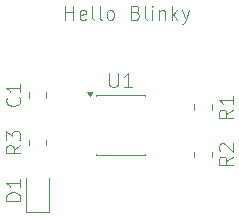
<source format=gbr>
%TF.GenerationSoftware,KiCad,Pcbnew,9.0.6*%
%TF.CreationDate,2025-12-10T19:47:49+00:00*%
%TF.ProjectId,GettingToBlinky5.0,47657474-696e-4675-946f-426c696e6b79,rev?*%
%TF.SameCoordinates,Original*%
%TF.FileFunction,Legend,Top*%
%TF.FilePolarity,Positive*%
%FSLAX46Y46*%
G04 Gerber Fmt 4.6, Leading zero omitted, Abs format (unit mm)*
G04 Created by KiCad (PCBNEW 9.0.6) date 2025-12-10 19:47:49*
%MOMM*%
%LPD*%
G01*
G04 APERTURE LIST*
%ADD10C,0.100000*%
%ADD11C,0.120000*%
G04 APERTURE END LIST*
D10*
X140851503Y-85097942D02*
X140851503Y-83897942D01*
X140851503Y-84469371D02*
X141537217Y-84469371D01*
X141537217Y-85097942D02*
X141537217Y-83897942D01*
X142565789Y-85040800D02*
X142451503Y-85097942D01*
X142451503Y-85097942D02*
X142222932Y-85097942D01*
X142222932Y-85097942D02*
X142108646Y-85040800D01*
X142108646Y-85040800D02*
X142051503Y-84926514D01*
X142051503Y-84926514D02*
X142051503Y-84469371D01*
X142051503Y-84469371D02*
X142108646Y-84355085D01*
X142108646Y-84355085D02*
X142222932Y-84297942D01*
X142222932Y-84297942D02*
X142451503Y-84297942D01*
X142451503Y-84297942D02*
X142565789Y-84355085D01*
X142565789Y-84355085D02*
X142622932Y-84469371D01*
X142622932Y-84469371D02*
X142622932Y-84583657D01*
X142622932Y-84583657D02*
X142051503Y-84697942D01*
X143308645Y-85097942D02*
X143194360Y-85040800D01*
X143194360Y-85040800D02*
X143137217Y-84926514D01*
X143137217Y-84926514D02*
X143137217Y-83897942D01*
X143937216Y-85097942D02*
X143822931Y-85040800D01*
X143822931Y-85040800D02*
X143765788Y-84926514D01*
X143765788Y-84926514D02*
X143765788Y-83897942D01*
X144565787Y-85097942D02*
X144451502Y-85040800D01*
X144451502Y-85040800D02*
X144394359Y-84983657D01*
X144394359Y-84983657D02*
X144337216Y-84869371D01*
X144337216Y-84869371D02*
X144337216Y-84526514D01*
X144337216Y-84526514D02*
X144394359Y-84412228D01*
X144394359Y-84412228D02*
X144451502Y-84355085D01*
X144451502Y-84355085D02*
X144565787Y-84297942D01*
X144565787Y-84297942D02*
X144737216Y-84297942D01*
X144737216Y-84297942D02*
X144851502Y-84355085D01*
X144851502Y-84355085D02*
X144908645Y-84412228D01*
X144908645Y-84412228D02*
X144965787Y-84526514D01*
X144965787Y-84526514D02*
X144965787Y-84869371D01*
X144965787Y-84869371D02*
X144908645Y-84983657D01*
X144908645Y-84983657D02*
X144851502Y-85040800D01*
X144851502Y-85040800D02*
X144737216Y-85097942D01*
X144737216Y-85097942D02*
X144565787Y-85097942D01*
X146794359Y-84469371D02*
X146965787Y-84526514D01*
X146965787Y-84526514D02*
X147022930Y-84583657D01*
X147022930Y-84583657D02*
X147080073Y-84697942D01*
X147080073Y-84697942D02*
X147080073Y-84869371D01*
X147080073Y-84869371D02*
X147022930Y-84983657D01*
X147022930Y-84983657D02*
X146965787Y-85040800D01*
X146965787Y-85040800D02*
X146851502Y-85097942D01*
X146851502Y-85097942D02*
X146394359Y-85097942D01*
X146394359Y-85097942D02*
X146394359Y-83897942D01*
X146394359Y-83897942D02*
X146794359Y-83897942D01*
X146794359Y-83897942D02*
X146908645Y-83955085D01*
X146908645Y-83955085D02*
X146965787Y-84012228D01*
X146965787Y-84012228D02*
X147022930Y-84126514D01*
X147022930Y-84126514D02*
X147022930Y-84240800D01*
X147022930Y-84240800D02*
X146965787Y-84355085D01*
X146965787Y-84355085D02*
X146908645Y-84412228D01*
X146908645Y-84412228D02*
X146794359Y-84469371D01*
X146794359Y-84469371D02*
X146394359Y-84469371D01*
X147765787Y-85097942D02*
X147651502Y-85040800D01*
X147651502Y-85040800D02*
X147594359Y-84926514D01*
X147594359Y-84926514D02*
X147594359Y-83897942D01*
X148222930Y-85097942D02*
X148222930Y-84297942D01*
X148222930Y-83897942D02*
X148165787Y-83955085D01*
X148165787Y-83955085D02*
X148222930Y-84012228D01*
X148222930Y-84012228D02*
X148280073Y-83955085D01*
X148280073Y-83955085D02*
X148222930Y-83897942D01*
X148222930Y-83897942D02*
X148222930Y-84012228D01*
X148794359Y-84297942D02*
X148794359Y-85097942D01*
X148794359Y-84412228D02*
X148851502Y-84355085D01*
X148851502Y-84355085D02*
X148965787Y-84297942D01*
X148965787Y-84297942D02*
X149137216Y-84297942D01*
X149137216Y-84297942D02*
X149251502Y-84355085D01*
X149251502Y-84355085D02*
X149308645Y-84469371D01*
X149308645Y-84469371D02*
X149308645Y-85097942D01*
X149880073Y-85097942D02*
X149880073Y-83897942D01*
X149994359Y-84640800D02*
X150337216Y-85097942D01*
X150337216Y-84297942D02*
X149880073Y-84755085D01*
X150737216Y-84297942D02*
X151022930Y-85097942D01*
X151308645Y-84297942D02*
X151022930Y-85097942D01*
X151022930Y-85097942D02*
X150908645Y-85383657D01*
X150908645Y-85383657D02*
X150851502Y-85440800D01*
X150851502Y-85440800D02*
X150737216Y-85497942D01*
X155049942Y-96699999D02*
X154478514Y-97099999D01*
X155049942Y-97385713D02*
X153849942Y-97385713D01*
X153849942Y-97385713D02*
X153849942Y-96928570D01*
X153849942Y-96928570D02*
X153907085Y-96814285D01*
X153907085Y-96814285D02*
X153964228Y-96757142D01*
X153964228Y-96757142D02*
X154078514Y-96699999D01*
X154078514Y-96699999D02*
X154249942Y-96699999D01*
X154249942Y-96699999D02*
X154364228Y-96757142D01*
X154364228Y-96757142D02*
X154421371Y-96814285D01*
X154421371Y-96814285D02*
X154478514Y-96928570D01*
X154478514Y-96928570D02*
X154478514Y-97385713D01*
X153964228Y-96242856D02*
X153907085Y-96185713D01*
X153907085Y-96185713D02*
X153849942Y-96071428D01*
X153849942Y-96071428D02*
X153849942Y-95785713D01*
X153849942Y-95785713D02*
X153907085Y-95671428D01*
X153907085Y-95671428D02*
X153964228Y-95614285D01*
X153964228Y-95614285D02*
X154078514Y-95557142D01*
X154078514Y-95557142D02*
X154192800Y-95557142D01*
X154192800Y-95557142D02*
X154364228Y-95614285D01*
X154364228Y-95614285D02*
X155049942Y-96299999D01*
X155049942Y-96299999D02*
X155049942Y-95557142D01*
X137049942Y-95699999D02*
X136478514Y-96099999D01*
X137049942Y-96385713D02*
X135849942Y-96385713D01*
X135849942Y-96385713D02*
X135849942Y-95928570D01*
X135849942Y-95928570D02*
X135907085Y-95814285D01*
X135907085Y-95814285D02*
X135964228Y-95757142D01*
X135964228Y-95757142D02*
X136078514Y-95699999D01*
X136078514Y-95699999D02*
X136249942Y-95699999D01*
X136249942Y-95699999D02*
X136364228Y-95757142D01*
X136364228Y-95757142D02*
X136421371Y-95814285D01*
X136421371Y-95814285D02*
X136478514Y-95928570D01*
X136478514Y-95928570D02*
X136478514Y-96385713D01*
X135849942Y-95299999D02*
X135849942Y-94557142D01*
X135849942Y-94557142D02*
X136307085Y-94957142D01*
X136307085Y-94957142D02*
X136307085Y-94785713D01*
X136307085Y-94785713D02*
X136364228Y-94671428D01*
X136364228Y-94671428D02*
X136421371Y-94614285D01*
X136421371Y-94614285D02*
X136535657Y-94557142D01*
X136535657Y-94557142D02*
X136821371Y-94557142D01*
X136821371Y-94557142D02*
X136935657Y-94614285D01*
X136935657Y-94614285D02*
X136992800Y-94671428D01*
X136992800Y-94671428D02*
X137049942Y-94785713D01*
X137049942Y-94785713D02*
X137049942Y-95128570D01*
X137049942Y-95128570D02*
X136992800Y-95242856D01*
X136992800Y-95242856D02*
X136935657Y-95299999D01*
X144585714Y-89599942D02*
X144585714Y-90571371D01*
X144585714Y-90571371D02*
X144642857Y-90685657D01*
X144642857Y-90685657D02*
X144700000Y-90742800D01*
X144700000Y-90742800D02*
X144814285Y-90799942D01*
X144814285Y-90799942D02*
X145042857Y-90799942D01*
X145042857Y-90799942D02*
X145157142Y-90742800D01*
X145157142Y-90742800D02*
X145214285Y-90685657D01*
X145214285Y-90685657D02*
X145271428Y-90571371D01*
X145271428Y-90571371D02*
X145271428Y-89599942D01*
X146471428Y-90799942D02*
X145785714Y-90799942D01*
X146128571Y-90799942D02*
X146128571Y-89599942D01*
X146128571Y-89599942D02*
X146014285Y-89771371D01*
X146014285Y-89771371D02*
X145900000Y-89885657D01*
X145900000Y-89885657D02*
X145785714Y-89942800D01*
X137049942Y-100410713D02*
X135849942Y-100410713D01*
X135849942Y-100410713D02*
X135849942Y-100124999D01*
X135849942Y-100124999D02*
X135907085Y-99953570D01*
X135907085Y-99953570D02*
X136021371Y-99839285D01*
X136021371Y-99839285D02*
X136135657Y-99782142D01*
X136135657Y-99782142D02*
X136364228Y-99724999D01*
X136364228Y-99724999D02*
X136535657Y-99724999D01*
X136535657Y-99724999D02*
X136764228Y-99782142D01*
X136764228Y-99782142D02*
X136878514Y-99839285D01*
X136878514Y-99839285D02*
X136992800Y-99953570D01*
X136992800Y-99953570D02*
X137049942Y-100124999D01*
X137049942Y-100124999D02*
X137049942Y-100410713D01*
X137049942Y-98582142D02*
X137049942Y-99267856D01*
X137049942Y-98924999D02*
X135849942Y-98924999D01*
X135849942Y-98924999D02*
X136021371Y-99039285D01*
X136021371Y-99039285D02*
X136135657Y-99153570D01*
X136135657Y-99153570D02*
X136192800Y-99267856D01*
X136935657Y-91662499D02*
X136992800Y-91719642D01*
X136992800Y-91719642D02*
X137049942Y-91891070D01*
X137049942Y-91891070D02*
X137049942Y-92005356D01*
X137049942Y-92005356D02*
X136992800Y-92176785D01*
X136992800Y-92176785D02*
X136878514Y-92291070D01*
X136878514Y-92291070D02*
X136764228Y-92348213D01*
X136764228Y-92348213D02*
X136535657Y-92405356D01*
X136535657Y-92405356D02*
X136364228Y-92405356D01*
X136364228Y-92405356D02*
X136135657Y-92348213D01*
X136135657Y-92348213D02*
X136021371Y-92291070D01*
X136021371Y-92291070D02*
X135907085Y-92176785D01*
X135907085Y-92176785D02*
X135849942Y-92005356D01*
X135849942Y-92005356D02*
X135849942Y-91891070D01*
X135849942Y-91891070D02*
X135907085Y-91719642D01*
X135907085Y-91719642D02*
X135964228Y-91662499D01*
X137049942Y-90519642D02*
X137049942Y-91205356D01*
X137049942Y-90862499D02*
X135849942Y-90862499D01*
X135849942Y-90862499D02*
X136021371Y-90976785D01*
X136021371Y-90976785D02*
X136135657Y-91091070D01*
X136135657Y-91091070D02*
X136192800Y-91205356D01*
X155049942Y-92699999D02*
X154478514Y-93099999D01*
X155049942Y-93385713D02*
X153849942Y-93385713D01*
X153849942Y-93385713D02*
X153849942Y-92928570D01*
X153849942Y-92928570D02*
X153907085Y-92814285D01*
X153907085Y-92814285D02*
X153964228Y-92757142D01*
X153964228Y-92757142D02*
X154078514Y-92699999D01*
X154078514Y-92699999D02*
X154249942Y-92699999D01*
X154249942Y-92699999D02*
X154364228Y-92757142D01*
X154364228Y-92757142D02*
X154421371Y-92814285D01*
X154421371Y-92814285D02*
X154478514Y-92928570D01*
X154478514Y-92928570D02*
X154478514Y-93385713D01*
X155049942Y-91557142D02*
X155049942Y-92242856D01*
X155049942Y-91899999D02*
X153849942Y-91899999D01*
X153849942Y-91899999D02*
X154021371Y-92014285D01*
X154021371Y-92014285D02*
X154135657Y-92128570D01*
X154135657Y-92128570D02*
X154192800Y-92242856D01*
D11*
%TO.C,R2*%
X151765000Y-96272936D02*
X151765000Y-96727064D01*
X153235000Y-96272936D02*
X153235000Y-96727064D01*
%TO.C,R3*%
X137765000Y-95272936D02*
X137765000Y-95727064D01*
X139235000Y-95272936D02*
X139235000Y-95727064D01*
%TO.C,U1*%
X143440000Y-91440000D02*
X147560000Y-91440000D01*
X143440000Y-91535000D02*
X143440000Y-91440000D01*
X143440000Y-96560000D02*
X143440000Y-96465000D01*
X147560000Y-91440000D02*
X147560000Y-91535000D01*
X147560000Y-96465000D02*
X147560000Y-96560000D01*
X147560000Y-96560000D02*
X143440000Y-96560000D01*
X142900000Y-91530000D02*
X142660000Y-91200000D01*
X143140000Y-91200000D01*
X142900000Y-91530000D01*
G36*
X142900000Y-91530000D02*
G01*
X142660000Y-91200000D01*
X143140000Y-91200000D01*
X142900000Y-91530000D01*
G37*
%TO.C,D1*%
X137540000Y-98525000D02*
X137540000Y-101385000D01*
X137540000Y-101385000D02*
X139460000Y-101385000D01*
X139460000Y-101385000D02*
X139460000Y-98525000D01*
%TO.C,C1*%
X137765000Y-91723752D02*
X137765000Y-91201248D01*
X139235000Y-91723752D02*
X139235000Y-91201248D01*
%TO.C,R1*%
X151765000Y-92272936D02*
X151765000Y-92727064D01*
X153235000Y-92272936D02*
X153235000Y-92727064D01*
%TD*%
M02*

</source>
